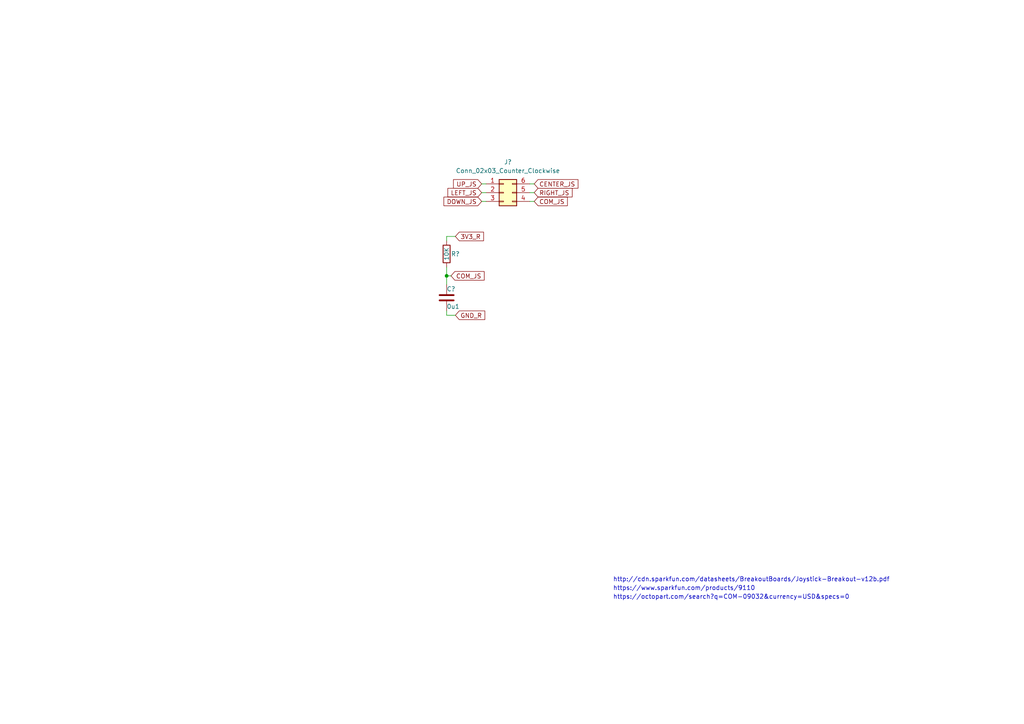
<source format=kicad_sch>
(kicad_sch (version 20211123) (generator eeschema)
  (paper "A4")
  (lib_symbols
    (symbol "Connector_Generic:Conn_02x03_Counter_Clockwise" (pin_names (offset 1.016) hide)
      (property "Reference" "J" (at 1.27 5.08 0))
      (property "Value" "Conn_02x03_Counter_Clockwise" (at 1.27 -5.08 0))
      (symbol "Conn_02x03_Counter_Clockwise_1_1"
        (rectangle (start -1.27 -2.413) (end 0 -2.667) (stroke (width 0.1524)))
        (rectangle (start -1.27 0.127) (end 0 -0.127) (stroke (width 0.1524)))
        (rectangle (start -1.27 2.667) (end 0 2.413) (stroke (width 0.1524)))
        (rectangle (start -1.27 3.81) (end 3.81 -3.81) (stroke (width 0.254)) (fill (type background)))
        (rectangle (start 3.81 -2.413) (end 2.54 -2.667) (stroke (width 0.1524)))
        (rectangle (start 3.81 0.127) (end 2.54 -0.127) (stroke (width 0.1524)))
        (rectangle (start 3.81 2.667) (end 2.54 2.413) (stroke (width 0.1524)))
        (pin passive line (at -5.08 2.54 0) (length 3.81) (name "Pin_1") (number "1"))
        (pin passive line (at -5.08 0 0) (length 3.81) (name "Pin_2") (number "2"))
        (pin passive line (at -5.08 -2.54 0) (length 3.81) (name "Pin_3") (number "3"))
        (pin passive line (at 7.62 -2.54 180) (length 3.81) (name "Pin_4") (number "4"))
        (pin passive line (at 7.62 0 180) (length 3.81) (name "Pin_5") (number "5"))
        (pin passive line (at 7.62 2.54 180) (length 3.81) (name "Pin_6") (number "6"))
      )
    )
    (symbol "Device:C" (pin_numbers hide) (pin_names (offset 0.254))
      (property "Reference" "C" (at 0.635 2.54 0))
      (property "Value" "C" (at 0.635 -2.54 0))
      (symbol "C_0_1"
        (polyline (pts (xy -2.032 -0.762) (xy 2.032 -0.762)) (stroke (width 0.508)))
        (polyline (pts (xy -2.032 0.762) (xy 2.032 0.762)) (stroke (width 0.508)))
      )
      (symbol "C_1_1"
        (pin passive line (at 0 3.81 270) (length 2.794) (name "~") (number "1"))
        (pin passive line (at 0 -3.81 90) (length 2.794) (name "~") (number "2"))
      )
    )
    (symbol "Device:R" (pin_numbers hide) (pin_names (offset 0))
      (property "Reference" "R" (at 2.032 0 90))
      (property "Value" "R" (at 0 0 90))
      (symbol "R_0_1"
        (rectangle (start -1.016 -2.54) (end 1.016 2.54) (stroke (width 0.254)))
      )
      (symbol "R_1_1"
        (pin passive line (at 0 3.81 270) (length 1.27) (name "~") (number "1"))
        (pin passive line (at 0 -3.81 90) (length 1.27) (name "~") (number "2"))
      )
    )
  )
  (junction (at 129.54 80.01))
  (wire (pts (xy 132.08 91.44) (xy 129.54 91.44)))
  (wire (pts (xy 132.08 68.58) (xy 129.54 68.58)))
  (wire (pts (xy 139.7 58.42) (xy 140.97 58.42)))
  (wire (pts (xy 154.94 55.88) (xy 153.67 55.88)))
  (wire (pts (xy 154.94 58.42) (xy 153.67 58.42)))
  (wire (pts (xy 129.54 80.01) (xy 130.81 80.01)))
  (wire (pts (xy 154.94 53.34) (xy 153.67 53.34)))
  (wire (pts (xy 129.54 68.58) (xy 129.54 69.85)))
  (wire (pts (xy 129.54 91.44) (xy 129.54 90.17)))
  (wire (pts (xy 139.7 55.88) (xy 140.97 55.88)))
  (wire (pts (xy 129.54 80.01) (xy 129.54 82.55)))
  (wire (pts (xy 139.7 53.34) (xy 140.97 53.34)))
  (wire (pts (xy 129.54 77.47) (xy 129.54 80.01)))
  (text "https://octopart.com/search?q=COM-09032&currency=USD&specs=0" (at 177.8 173.99 0) (effects (font (size 1.27 1.27)) (justify left bottom)))
  (text "http://cdn.sparkfun.com/datasheets/BreakoutBoards/Joystick-Breakout-v12b.pdf" (at 177.8 168.91 0) (effects (font (size 1.27 1.27)) (justify left bottom)))
  (text "https://www.sparkfun.com/products/9110" (at 177.8 171.45 0) (effects (font (size 1.27 1.27)) (justify left bottom)))
  (global_label "GND_R" (shape input) (at 132.08 91.44 0) (property "Intersheet References" "${INTERSHEET_REFS}" (effects hide)))
  (global_label "3V3_R" (shape input) (at 132.08 68.58 0) (property "Intersheet References" "${INTERSHEET_REFS}" (effects hide)))
  (global_label "DOWN_JS" (shape input) (at 139.7 58.42 180) (property "Intersheet References" "${INTERSHEET_REFS}" (effects hide)))
  (global_label "CENTER_JS" (shape input) (at 154.94 53.34 0) (property "Intersheet References" "${INTERSHEET_REFS}" (effects hide)))
  (global_label "LEFT_JS" (shape input) (at 139.7 55.88 180) (property "Intersheet References" "${INTERSHEET_REFS}" (effects hide)))
  (global_label "COM_JS" (shape input) (at 130.81 80.01 0) (property "Intersheet References" "${INTERSHEET_REFS}" (effects hide)))
  (global_label "UP_JS" (shape input) (at 139.7 53.34 180) (property "Intersheet References" "${INTERSHEET_REFS}" (effects hide)))
  (global_label "RIGHT_JS" (shape input) (at 154.94 55.88 0) (property "Intersheet References" "${INTERSHEET_REFS}" (effects hide)))
  (global_label "COM_JS" (shape input) (at 154.94 58.42 0) (property "Intersheet References" "${INTERSHEET_REFS}" (effects hide)))
  (symbol (lib_id "Device:C") (at 129.54 86.36 0) (unit 1)
    (property "Reference" "C?" (at 129.54 83.82 0) (effects (justify left)))
    (property "Value" "0u1" (at 129.54 88.9 0) (effects (justify left)))
    (property "Footprint" "Capacitor_SMD:C_0805_2012Metric" (effects hide))
  )
  (symbol (lib_id "Device:R") (at 129.54 73.66 0) (unit 1)
    (property "Reference" "R?" (at 132.08 73.66 0))
    (property "Value" "10K" (at 129.54 73.66 90))
    (property "Footprint" "Resistor_SMD:R_0805_2012Metric" (effects hide))
  )
  (symbol (lib_id "Connector_Generic:Conn_02x03_Counter_Clockwise") (at 146.05 55.88 0) (unit 1)
    (property "Reference" "J?" (at 147.32 46.99 0))
    (property "Value" "Conn_02x03_Counter_Clockwise" (at 147.32 49.53 0))
    (property "Footprint" "Connector_PinHeader_2.54mm:PinHeader_2x03_P2.54mm_Vertical" (effects hide))
  )
)
</source>
